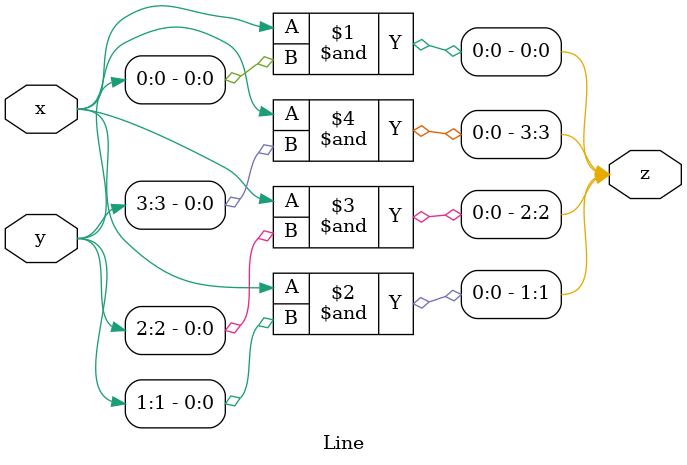
<source format=v>
`timescale 1ns / 1ps
module Line( 
	input  x,
	input  [3:0] y,
	output [3:0] z
    );
	 
 assign z[0] = x & y[0];
 assign z[1] = x & y[1];
 assign z[2] = x & y[2];
 assign z[3] = x & y[3]; 

endmodule

</source>
